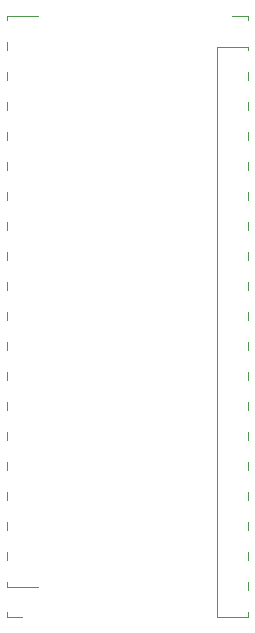
<source format=gbo>
G04 #@! TF.GenerationSoftware,KiCad,Pcbnew,(5.1.10)-1*
G04 #@! TF.CreationDate,2021-07-31T08:12:49+01:00*
G04 #@! TF.ProjectId,STM32Pico,53544d33-3250-4696-936f-2e6b69636164,REV1*
G04 #@! TF.SameCoordinates,Original*
G04 #@! TF.FileFunction,Legend,Bot*
G04 #@! TF.FilePolarity,Positive*
%FSLAX46Y46*%
G04 Gerber Fmt 4.6, Leading zero omitted, Abs format (unit mm)*
G04 Created by KiCad (PCBNEW (5.1.10)-1) date 2021-07-31 08:12:49*
%MOMM*%
%LPD*%
G01*
G04 APERTURE LIST*
%ADD10C,0.120000*%
%ADD11C,0.752000*%
%ADD12O,1.102000X2.202000*%
%ADD13O,1.102000X1.702000*%
%ADD14O,1.802000X1.802000*%
%ADD15C,1.802000*%
G04 APERTURE END LIST*
D10*
X113860000Y-57395000D02*
X112530000Y-57395000D01*
X113860000Y-58725000D02*
X113860000Y-57395000D01*
X113860000Y-59995000D02*
X111200000Y-59995000D01*
X111200000Y-59995000D02*
X111200000Y-108315000D01*
X113860000Y-59995000D02*
X113860000Y-108315000D01*
X113860000Y-108315000D02*
X111200000Y-108315000D01*
X93420000Y-108315000D02*
X94750000Y-108315000D01*
X93420000Y-106985000D02*
X93420000Y-108315000D01*
X93420000Y-105715000D02*
X96080000Y-105715000D01*
X93420000Y-105715000D02*
X93420000Y-57395000D01*
X93420000Y-105715000D02*
X93420000Y-57395000D01*
X93420000Y-57395000D02*
X96080000Y-57395000D01*
%LPC*%
D11*
X100750000Y-63527200D03*
X106530000Y-63527200D03*
D12*
X107960000Y-64057200D03*
X99320000Y-64057200D03*
D13*
X107960000Y-59877200D03*
X99320000Y-59877200D03*
D14*
X112550000Y-106985000D03*
X112550000Y-104445000D03*
G36*
G01*
X113451000Y-101055000D02*
X113451000Y-102755000D01*
G75*
G02*
X113400000Y-102806000I-51000J0D01*
G01*
X111700000Y-102806000D01*
G75*
G02*
X111649000Y-102755000I0J51000D01*
G01*
X111649000Y-101055000D01*
G75*
G02*
X111700000Y-101004000I51000J0D01*
G01*
X113400000Y-101004000D01*
G75*
G02*
X113451000Y-101055000I0J-51000D01*
G01*
G37*
X112550000Y-99365000D03*
X112550000Y-96825000D03*
X112550000Y-94285000D03*
X112550000Y-91745000D03*
G36*
G01*
X113451000Y-88355000D02*
X113451000Y-90055000D01*
G75*
G02*
X113400000Y-90106000I-51000J0D01*
G01*
X111700000Y-90106000D01*
G75*
G02*
X111649000Y-90055000I0J51000D01*
G01*
X111649000Y-88355000D01*
G75*
G02*
X111700000Y-88304000I51000J0D01*
G01*
X113400000Y-88304000D01*
G75*
G02*
X113451000Y-88355000I0J-51000D01*
G01*
G37*
X112550000Y-86665000D03*
X112550000Y-84125000D03*
X112550000Y-81585000D03*
X112550000Y-79045000D03*
G36*
G01*
X113451000Y-75655000D02*
X113451000Y-77355000D01*
G75*
G02*
X113400000Y-77406000I-51000J0D01*
G01*
X111700000Y-77406000D01*
G75*
G02*
X111649000Y-77355000I0J51000D01*
G01*
X111649000Y-75655000D01*
G75*
G02*
X111700000Y-75604000I51000J0D01*
G01*
X113400000Y-75604000D01*
G75*
G02*
X113451000Y-75655000I0J-51000D01*
G01*
G37*
X112550000Y-73965000D03*
X112550000Y-71425000D03*
X112550000Y-68885000D03*
X112550000Y-66345000D03*
G36*
G01*
X113451000Y-62955000D02*
X113451000Y-64655000D01*
G75*
G02*
X113400000Y-64706000I-51000J0D01*
G01*
X111700000Y-64706000D01*
G75*
G02*
X111649000Y-64655000I0J51000D01*
G01*
X111649000Y-62955000D01*
G75*
G02*
X111700000Y-62904000I51000J0D01*
G01*
X113400000Y-62904000D01*
G75*
G02*
X113451000Y-62955000I0J-51000D01*
G01*
G37*
X112550000Y-61265000D03*
G36*
G01*
X113451000Y-57875000D02*
X113451000Y-59575000D01*
G75*
G02*
X113400000Y-59626000I-51000J0D01*
G01*
X111700000Y-59626000D01*
G75*
G02*
X111649000Y-59575000I0J51000D01*
G01*
X111649000Y-57875000D01*
G75*
G02*
X111700000Y-57824000I51000J0D01*
G01*
X113400000Y-57824000D01*
G75*
G02*
X113451000Y-57875000I0J-51000D01*
G01*
G37*
G36*
G01*
X116051000Y-98515000D02*
X116051000Y-100215000D01*
G75*
G02*
X116000000Y-100266000I-51000J0D01*
G01*
X112500000Y-100266000D01*
G75*
G02*
X112449000Y-100215000I0J51000D01*
G01*
X112449000Y-98515000D01*
G75*
G02*
X112500000Y-98464000I51000J0D01*
G01*
X116000000Y-98464000D01*
G75*
G02*
X116051000Y-98515000I0J-51000D01*
G01*
G37*
G36*
G01*
X116051000Y-101055000D02*
X116051000Y-102755000D01*
G75*
G02*
X116000000Y-102806000I-51000J0D01*
G01*
X112500000Y-102806000D01*
G75*
G02*
X112449000Y-102755000I0J51000D01*
G01*
X112449000Y-101055000D01*
G75*
G02*
X112500000Y-101004000I51000J0D01*
G01*
X116000000Y-101004000D01*
G75*
G02*
X116051000Y-101055000I0J-51000D01*
G01*
G37*
G36*
G01*
X116051000Y-95975000D02*
X116051000Y-97675000D01*
G75*
G02*
X116000000Y-97726000I-51000J0D01*
G01*
X112500000Y-97726000D01*
G75*
G02*
X112449000Y-97675000I0J51000D01*
G01*
X112449000Y-95975000D01*
G75*
G02*
X112500000Y-95924000I51000J0D01*
G01*
X116000000Y-95924000D01*
G75*
G02*
X116051000Y-95975000I0J-51000D01*
G01*
G37*
G36*
G01*
X116051000Y-103595000D02*
X116051000Y-105295000D01*
G75*
G02*
X116000000Y-105346000I-51000J0D01*
G01*
X112500000Y-105346000D01*
G75*
G02*
X112449000Y-105295000I0J51000D01*
G01*
X112449000Y-103595000D01*
G75*
G02*
X112500000Y-103544000I51000J0D01*
G01*
X116000000Y-103544000D01*
G75*
G02*
X116051000Y-103595000I0J-51000D01*
G01*
G37*
G36*
G01*
X116051000Y-93435000D02*
X116051000Y-95135000D01*
G75*
G02*
X116000000Y-95186000I-51000J0D01*
G01*
X112500000Y-95186000D01*
G75*
G02*
X112449000Y-95135000I0J51000D01*
G01*
X112449000Y-93435000D01*
G75*
G02*
X112500000Y-93384000I51000J0D01*
G01*
X116000000Y-93384000D01*
G75*
G02*
X116051000Y-93435000I0J-51000D01*
G01*
G37*
G36*
G01*
X116051000Y-106135000D02*
X116051000Y-107835000D01*
G75*
G02*
X116000000Y-107886000I-51000J0D01*
G01*
X112500000Y-107886000D01*
G75*
G02*
X112449000Y-107835000I0J51000D01*
G01*
X112449000Y-106135000D01*
G75*
G02*
X112500000Y-106084000I51000J0D01*
G01*
X116000000Y-106084000D01*
G75*
G02*
X116051000Y-106135000I0J-51000D01*
G01*
G37*
G36*
G01*
X116051000Y-85815000D02*
X116051000Y-87515000D01*
G75*
G02*
X116000000Y-87566000I-51000J0D01*
G01*
X112500000Y-87566000D01*
G75*
G02*
X112449000Y-87515000I0J51000D01*
G01*
X112449000Y-85815000D01*
G75*
G02*
X112500000Y-85764000I51000J0D01*
G01*
X116000000Y-85764000D01*
G75*
G02*
X116051000Y-85815000I0J-51000D01*
G01*
G37*
G36*
G01*
X116051000Y-90895000D02*
X116051000Y-92595000D01*
G75*
G02*
X116000000Y-92646000I-51000J0D01*
G01*
X112500000Y-92646000D01*
G75*
G02*
X112449000Y-92595000I0J51000D01*
G01*
X112449000Y-90895000D01*
G75*
G02*
X112500000Y-90844000I51000J0D01*
G01*
X116000000Y-90844000D01*
G75*
G02*
X116051000Y-90895000I0J-51000D01*
G01*
G37*
G36*
G01*
X116051000Y-83275000D02*
X116051000Y-84975000D01*
G75*
G02*
X116000000Y-85026000I-51000J0D01*
G01*
X112500000Y-85026000D01*
G75*
G02*
X112449000Y-84975000I0J51000D01*
G01*
X112449000Y-83275000D01*
G75*
G02*
X112500000Y-83224000I51000J0D01*
G01*
X116000000Y-83224000D01*
G75*
G02*
X116051000Y-83275000I0J-51000D01*
G01*
G37*
G36*
G01*
X116051000Y-73115000D02*
X116051000Y-74815000D01*
G75*
G02*
X116000000Y-74866000I-51000J0D01*
G01*
X112500000Y-74866000D01*
G75*
G02*
X112449000Y-74815000I0J51000D01*
G01*
X112449000Y-73115000D01*
G75*
G02*
X112500000Y-73064000I51000J0D01*
G01*
X116000000Y-73064000D01*
G75*
G02*
X116051000Y-73115000I0J-51000D01*
G01*
G37*
G36*
G01*
X116051000Y-70575000D02*
X116051000Y-72275000D01*
G75*
G02*
X116000000Y-72326000I-51000J0D01*
G01*
X112500000Y-72326000D01*
G75*
G02*
X112449000Y-72275000I0J51000D01*
G01*
X112449000Y-70575000D01*
G75*
G02*
X112500000Y-70524000I51000J0D01*
G01*
X116000000Y-70524000D01*
G75*
G02*
X116051000Y-70575000I0J-51000D01*
G01*
G37*
G36*
G01*
X116051000Y-68035000D02*
X116051000Y-69735000D01*
G75*
G02*
X116000000Y-69786000I-51000J0D01*
G01*
X112500000Y-69786000D01*
G75*
G02*
X112449000Y-69735000I0J51000D01*
G01*
X112449000Y-68035000D01*
G75*
G02*
X112500000Y-67984000I51000J0D01*
G01*
X116000000Y-67984000D01*
G75*
G02*
X116051000Y-68035000I0J-51000D01*
G01*
G37*
G36*
G01*
X116051000Y-60415000D02*
X116051000Y-62115000D01*
G75*
G02*
X116000000Y-62166000I-51000J0D01*
G01*
X112500000Y-62166000D01*
G75*
G02*
X112449000Y-62115000I0J51000D01*
G01*
X112449000Y-60415000D01*
G75*
G02*
X112500000Y-60364000I51000J0D01*
G01*
X116000000Y-60364000D01*
G75*
G02*
X116051000Y-60415000I0J-51000D01*
G01*
G37*
G36*
G01*
X116051000Y-88355000D02*
X116051000Y-90055000D01*
G75*
G02*
X116000000Y-90106000I-51000J0D01*
G01*
X112500000Y-90106000D01*
G75*
G02*
X112449000Y-90055000I0J51000D01*
G01*
X112449000Y-88355000D01*
G75*
G02*
X112500000Y-88304000I51000J0D01*
G01*
X116000000Y-88304000D01*
G75*
G02*
X116051000Y-88355000I0J-51000D01*
G01*
G37*
G36*
G01*
X116051000Y-75655000D02*
X116051000Y-77355000D01*
G75*
G02*
X116000000Y-77406000I-51000J0D01*
G01*
X112500000Y-77406000D01*
G75*
G02*
X112449000Y-77355000I0J51000D01*
G01*
X112449000Y-75655000D01*
G75*
G02*
X112500000Y-75604000I51000J0D01*
G01*
X116000000Y-75604000D01*
G75*
G02*
X116051000Y-75655000I0J-51000D01*
G01*
G37*
G36*
G01*
X116051000Y-62955000D02*
X116051000Y-64655000D01*
G75*
G02*
X116000000Y-64706000I-51000J0D01*
G01*
X112500000Y-64706000D01*
G75*
G02*
X112449000Y-64655000I0J51000D01*
G01*
X112449000Y-62955000D01*
G75*
G02*
X112500000Y-62904000I51000J0D01*
G01*
X116000000Y-62904000D01*
G75*
G02*
X116051000Y-62955000I0J-51000D01*
G01*
G37*
G36*
G01*
X116051000Y-57875000D02*
X116051000Y-59575000D01*
G75*
G02*
X116000000Y-59626000I-51000J0D01*
G01*
X112500000Y-59626000D01*
G75*
G02*
X112449000Y-59575000I0J51000D01*
G01*
X112449000Y-57875000D01*
G75*
G02*
X112500000Y-57824000I51000J0D01*
G01*
X116000000Y-57824000D01*
G75*
G02*
X116051000Y-57875000I0J-51000D01*
G01*
G37*
G36*
G01*
X116051000Y-78195000D02*
X116051000Y-79895000D01*
G75*
G02*
X116000000Y-79946000I-51000J0D01*
G01*
X112500000Y-79946000D01*
G75*
G02*
X112449000Y-79895000I0J51000D01*
G01*
X112449000Y-78195000D01*
G75*
G02*
X112500000Y-78144000I51000J0D01*
G01*
X116000000Y-78144000D01*
G75*
G02*
X116051000Y-78195000I0J-51000D01*
G01*
G37*
G36*
G01*
X116051000Y-65495000D02*
X116051000Y-67195000D01*
G75*
G02*
X116000000Y-67246000I-51000J0D01*
G01*
X112500000Y-67246000D01*
G75*
G02*
X112449000Y-67195000I0J51000D01*
G01*
X112449000Y-65495000D01*
G75*
G02*
X112500000Y-65444000I51000J0D01*
G01*
X116000000Y-65444000D01*
G75*
G02*
X116051000Y-65495000I0J-51000D01*
G01*
G37*
G36*
G01*
X116051000Y-80735000D02*
X116051000Y-82435000D01*
G75*
G02*
X116000000Y-82486000I-51000J0D01*
G01*
X112500000Y-82486000D01*
G75*
G02*
X112449000Y-82435000I0J51000D01*
G01*
X112449000Y-80735000D01*
G75*
G02*
X112500000Y-80684000I51000J0D01*
G01*
X116000000Y-80684000D01*
G75*
G02*
X116051000Y-80735000I0J-51000D01*
G01*
G37*
X94750000Y-58725000D03*
X94750000Y-61265000D03*
G36*
G01*
X93849000Y-64655000D02*
X93849000Y-62955000D01*
G75*
G02*
X93900000Y-62904000I51000J0D01*
G01*
X95600000Y-62904000D01*
G75*
G02*
X95651000Y-62955000I0J-51000D01*
G01*
X95651000Y-64655000D01*
G75*
G02*
X95600000Y-64706000I-51000J0D01*
G01*
X93900000Y-64706000D01*
G75*
G02*
X93849000Y-64655000I0J51000D01*
G01*
G37*
X94750000Y-66345000D03*
X94750000Y-68885000D03*
X94750000Y-71425000D03*
X94750000Y-73965000D03*
G36*
G01*
X93849000Y-77355000D02*
X93849000Y-75655000D01*
G75*
G02*
X93900000Y-75604000I51000J0D01*
G01*
X95600000Y-75604000D01*
G75*
G02*
X95651000Y-75655000I0J-51000D01*
G01*
X95651000Y-77355000D01*
G75*
G02*
X95600000Y-77406000I-51000J0D01*
G01*
X93900000Y-77406000D01*
G75*
G02*
X93849000Y-77355000I0J51000D01*
G01*
G37*
X94750000Y-79045000D03*
X94750000Y-81585000D03*
X94750000Y-84125000D03*
X94750000Y-86665000D03*
G36*
G01*
X93849000Y-90055000D02*
X93849000Y-88355000D01*
G75*
G02*
X93900000Y-88304000I51000J0D01*
G01*
X95600000Y-88304000D01*
G75*
G02*
X95651000Y-88355000I0J-51000D01*
G01*
X95651000Y-90055000D01*
G75*
G02*
X95600000Y-90106000I-51000J0D01*
G01*
X93900000Y-90106000D01*
G75*
G02*
X93849000Y-90055000I0J51000D01*
G01*
G37*
X94750000Y-91745000D03*
X94750000Y-94285000D03*
X94750000Y-96825000D03*
X94750000Y-99365000D03*
G36*
G01*
X93849000Y-102755000D02*
X93849000Y-101055000D01*
G75*
G02*
X93900000Y-101004000I51000J0D01*
G01*
X95600000Y-101004000D01*
G75*
G02*
X95651000Y-101055000I0J-51000D01*
G01*
X95651000Y-102755000D01*
G75*
G02*
X95600000Y-102806000I-51000J0D01*
G01*
X93900000Y-102806000D01*
G75*
G02*
X93849000Y-102755000I0J51000D01*
G01*
G37*
X94750000Y-104445000D03*
D15*
X94750000Y-106985000D03*
G36*
G01*
X91249000Y-105295000D02*
X91249000Y-103595000D01*
G75*
G02*
X91300000Y-103544000I51000J0D01*
G01*
X94800000Y-103544000D01*
G75*
G02*
X94851000Y-103595000I0J-51000D01*
G01*
X94851000Y-105295000D01*
G75*
G02*
X94800000Y-105346000I-51000J0D01*
G01*
X91300000Y-105346000D01*
G75*
G02*
X91249000Y-105295000I0J51000D01*
G01*
G37*
G36*
G01*
X91249000Y-74815000D02*
X91249000Y-73115000D01*
G75*
G02*
X91300000Y-73064000I51000J0D01*
G01*
X94800000Y-73064000D01*
G75*
G02*
X94851000Y-73115000I0J-51000D01*
G01*
X94851000Y-74815000D01*
G75*
G02*
X94800000Y-74866000I-51000J0D01*
G01*
X91300000Y-74866000D01*
G75*
G02*
X91249000Y-74815000I0J51000D01*
G01*
G37*
G36*
G01*
X91249000Y-100215000D02*
X91249000Y-98515000D01*
G75*
G02*
X91300000Y-98464000I51000J0D01*
G01*
X94800000Y-98464000D01*
G75*
G02*
X94851000Y-98515000I0J-51000D01*
G01*
X94851000Y-100215000D01*
G75*
G02*
X94800000Y-100266000I-51000J0D01*
G01*
X91300000Y-100266000D01*
G75*
G02*
X91249000Y-100215000I0J51000D01*
G01*
G37*
G36*
G01*
X91249000Y-95135000D02*
X91249000Y-93435000D01*
G75*
G02*
X91300000Y-93384000I51000J0D01*
G01*
X94800000Y-93384000D01*
G75*
G02*
X94851000Y-93435000I0J-51000D01*
G01*
X94851000Y-95135000D01*
G75*
G02*
X94800000Y-95186000I-51000J0D01*
G01*
X91300000Y-95186000D01*
G75*
G02*
X91249000Y-95135000I0J51000D01*
G01*
G37*
G36*
G01*
X91249000Y-90055000D02*
X91249000Y-88355000D01*
G75*
G02*
X91300000Y-88304000I51000J0D01*
G01*
X94800000Y-88304000D01*
G75*
G02*
X94851000Y-88355000I0J-51000D01*
G01*
X94851000Y-90055000D01*
G75*
G02*
X94800000Y-90106000I-51000J0D01*
G01*
X91300000Y-90106000D01*
G75*
G02*
X91249000Y-90055000I0J51000D01*
G01*
G37*
G36*
G01*
X91249000Y-87515000D02*
X91249000Y-85815000D01*
G75*
G02*
X91300000Y-85764000I51000J0D01*
G01*
X94800000Y-85764000D01*
G75*
G02*
X94851000Y-85815000I0J-51000D01*
G01*
X94851000Y-87515000D01*
G75*
G02*
X94800000Y-87566000I-51000J0D01*
G01*
X91300000Y-87566000D01*
G75*
G02*
X91249000Y-87515000I0J51000D01*
G01*
G37*
G36*
G01*
X91249000Y-72275000D02*
X91249000Y-70575000D01*
G75*
G02*
X91300000Y-70524000I51000J0D01*
G01*
X94800000Y-70524000D01*
G75*
G02*
X94851000Y-70575000I0J-51000D01*
G01*
X94851000Y-72275000D01*
G75*
G02*
X94800000Y-72326000I-51000J0D01*
G01*
X91300000Y-72326000D01*
G75*
G02*
X91249000Y-72275000I0J51000D01*
G01*
G37*
G36*
G01*
X91259000Y-79895000D02*
X91259000Y-78195000D01*
G75*
G02*
X91310000Y-78144000I51000J0D01*
G01*
X94810000Y-78144000D01*
G75*
G02*
X94861000Y-78195000I0J-51000D01*
G01*
X94861000Y-79895000D01*
G75*
G02*
X94810000Y-79946000I-51000J0D01*
G01*
X91310000Y-79946000D01*
G75*
G02*
X91259000Y-79895000I0J51000D01*
G01*
G37*
G36*
G01*
X91249000Y-69735000D02*
X91249000Y-68035000D01*
G75*
G02*
X91300000Y-67984000I51000J0D01*
G01*
X94800000Y-67984000D01*
G75*
G02*
X94851000Y-68035000I0J-51000D01*
G01*
X94851000Y-69735000D01*
G75*
G02*
X94800000Y-69786000I-51000J0D01*
G01*
X91300000Y-69786000D01*
G75*
G02*
X91249000Y-69735000I0J51000D01*
G01*
G37*
G36*
G01*
X91249000Y-62105000D02*
X91249000Y-60405000D01*
G75*
G02*
X91300000Y-60354000I51000J0D01*
G01*
X94800000Y-60354000D01*
G75*
G02*
X94851000Y-60405000I0J-51000D01*
G01*
X94851000Y-62105000D01*
G75*
G02*
X94800000Y-62156000I-51000J0D01*
G01*
X91300000Y-62156000D01*
G75*
G02*
X91249000Y-62105000I0J51000D01*
G01*
G37*
G36*
G01*
X91249000Y-67185000D02*
X91249000Y-65485000D01*
G75*
G02*
X91300000Y-65434000I51000J0D01*
G01*
X94800000Y-65434000D01*
G75*
G02*
X94851000Y-65485000I0J-51000D01*
G01*
X94851000Y-67185000D01*
G75*
G02*
X94800000Y-67236000I-51000J0D01*
G01*
X91300000Y-67236000D01*
G75*
G02*
X91249000Y-67185000I0J51000D01*
G01*
G37*
G36*
G01*
X91239000Y-92595000D02*
X91239000Y-90895000D01*
G75*
G02*
X91290000Y-90844000I51000J0D01*
G01*
X94790000Y-90844000D01*
G75*
G02*
X94841000Y-90895000I0J-51000D01*
G01*
X94841000Y-92595000D01*
G75*
G02*
X94790000Y-92646000I-51000J0D01*
G01*
X91290000Y-92646000D01*
G75*
G02*
X91239000Y-92595000I0J51000D01*
G01*
G37*
G36*
G01*
X91249000Y-97675000D02*
X91249000Y-95975000D01*
G75*
G02*
X91300000Y-95924000I51000J0D01*
G01*
X94800000Y-95924000D01*
G75*
G02*
X94851000Y-95975000I0J-51000D01*
G01*
X94851000Y-97675000D01*
G75*
G02*
X94800000Y-97726000I-51000J0D01*
G01*
X91300000Y-97726000D01*
G75*
G02*
X91249000Y-97675000I0J51000D01*
G01*
G37*
G36*
G01*
X91249000Y-82435000D02*
X91249000Y-80735000D01*
G75*
G02*
X91300000Y-80684000I51000J0D01*
G01*
X94800000Y-80684000D01*
G75*
G02*
X94851000Y-80735000I0J-51000D01*
G01*
X94851000Y-82435000D01*
G75*
G02*
X94800000Y-82486000I-51000J0D01*
G01*
X91300000Y-82486000D01*
G75*
G02*
X91249000Y-82435000I0J51000D01*
G01*
G37*
G36*
G01*
X91249000Y-77355000D02*
X91249000Y-75655000D01*
G75*
G02*
X91300000Y-75604000I51000J0D01*
G01*
X94800000Y-75604000D01*
G75*
G02*
X94851000Y-75655000I0J-51000D01*
G01*
X94851000Y-77355000D01*
G75*
G02*
X94800000Y-77406000I-51000J0D01*
G01*
X91300000Y-77406000D01*
G75*
G02*
X91249000Y-77355000I0J51000D01*
G01*
G37*
G36*
G01*
X91249000Y-107835000D02*
X91249000Y-106135000D01*
G75*
G02*
X91300000Y-106084000I51000J0D01*
G01*
X94800000Y-106084000D01*
G75*
G02*
X94851000Y-106135000I0J-51000D01*
G01*
X94851000Y-107835000D01*
G75*
G02*
X94800000Y-107886000I-51000J0D01*
G01*
X91300000Y-107886000D01*
G75*
G02*
X91249000Y-107835000I0J51000D01*
G01*
G37*
G36*
G01*
X91249000Y-84975000D02*
X91249000Y-83275000D01*
G75*
G02*
X91300000Y-83224000I51000J0D01*
G01*
X94800000Y-83224000D01*
G75*
G02*
X94851000Y-83275000I0J-51000D01*
G01*
X94851000Y-84975000D01*
G75*
G02*
X94800000Y-85026000I-51000J0D01*
G01*
X91300000Y-85026000D01*
G75*
G02*
X91249000Y-84975000I0J51000D01*
G01*
G37*
G36*
G01*
X91249000Y-64655000D02*
X91249000Y-62955000D01*
G75*
G02*
X91300000Y-62904000I51000J0D01*
G01*
X94800000Y-62904000D01*
G75*
G02*
X94851000Y-62955000I0J-51000D01*
G01*
X94851000Y-64655000D01*
G75*
G02*
X94800000Y-64706000I-51000J0D01*
G01*
X91300000Y-64706000D01*
G75*
G02*
X91249000Y-64655000I0J51000D01*
G01*
G37*
G36*
G01*
X91249000Y-102755000D02*
X91249000Y-101055000D01*
G75*
G02*
X91300000Y-101004000I51000J0D01*
G01*
X94800000Y-101004000D01*
G75*
G02*
X94851000Y-101055000I0J-51000D01*
G01*
X94851000Y-102755000D01*
G75*
G02*
X94800000Y-102806000I-51000J0D01*
G01*
X91300000Y-102806000D01*
G75*
G02*
X91249000Y-102755000I0J51000D01*
G01*
G37*
G36*
G01*
X91249000Y-59575000D02*
X91249000Y-57875000D01*
G75*
G02*
X91300000Y-57824000I51000J0D01*
G01*
X94800000Y-57824000D01*
G75*
G02*
X94851000Y-57875000I0J-51000D01*
G01*
X94851000Y-59575000D01*
G75*
G02*
X94800000Y-59626000I-51000J0D01*
G01*
X91300000Y-59626000D01*
G75*
G02*
X91249000Y-59575000I0J51000D01*
G01*
G37*
M02*

</source>
